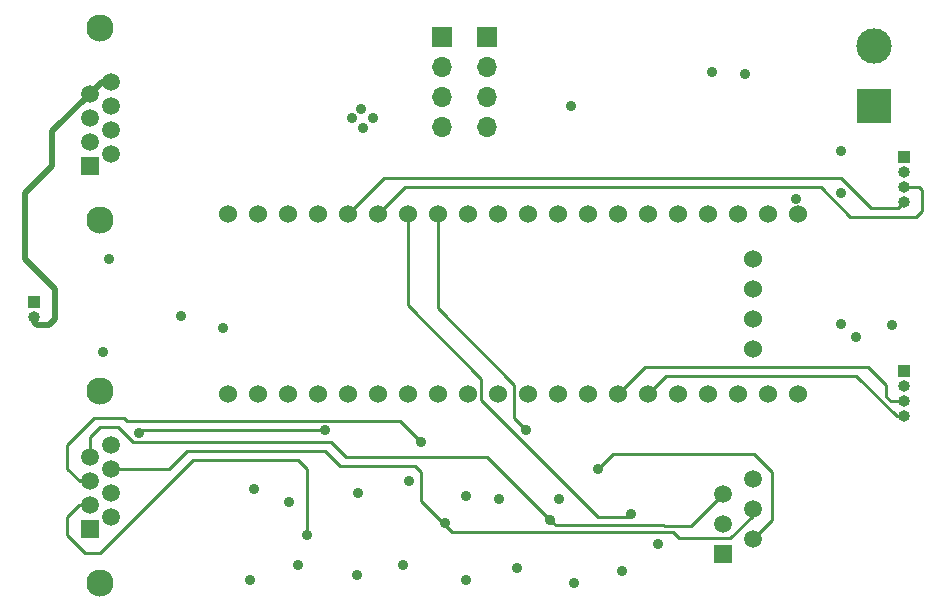
<source format=gbl>
%TF.GenerationSoftware,KiCad,Pcbnew,(6.0.0)*%
%TF.CreationDate,2022-01-05T18:10:34+01:00*%
%TF.ProjectId,soar_audio,736f6172-5f61-4756-9469-6f2e6b696361,rev?*%
%TF.SameCoordinates,Original*%
%TF.FileFunction,Copper,L4,Bot*%
%TF.FilePolarity,Positive*%
%FSLAX46Y46*%
G04 Gerber Fmt 4.6, Leading zero omitted, Abs format (unit mm)*
G04 Created by KiCad (PCBNEW (6.0.0)) date 2022-01-05 18:10:34*
%MOMM*%
%LPD*%
G01*
G04 APERTURE LIST*
%TA.AperFunction,ComponentPad*%
%ADD10R,1.500000X1.500000*%
%TD*%
%TA.AperFunction,ComponentPad*%
%ADD11C,1.500000*%
%TD*%
%TA.AperFunction,ComponentPad*%
%ADD12C,2.300000*%
%TD*%
%TA.AperFunction,ComponentPad*%
%ADD13R,1.700000X1.700000*%
%TD*%
%TA.AperFunction,ComponentPad*%
%ADD14O,1.700000X1.700000*%
%TD*%
%TA.AperFunction,ComponentPad*%
%ADD15R,1.000000X1.000000*%
%TD*%
%TA.AperFunction,ComponentPad*%
%ADD16O,1.000000X1.000000*%
%TD*%
%TA.AperFunction,ComponentPad*%
%ADD17R,3.000000X3.000000*%
%TD*%
%TA.AperFunction,ComponentPad*%
%ADD18C,3.000000*%
%TD*%
%TA.AperFunction,ComponentPad*%
%ADD19C,1.524000*%
%TD*%
%TA.AperFunction,ComponentPad*%
%ADD20R,1.520000X1.520000*%
%TD*%
%TA.AperFunction,ComponentPad*%
%ADD21C,1.520000*%
%TD*%
%TA.AperFunction,ViaPad*%
%ADD22C,0.900000*%
%TD*%
%TA.AperFunction,Conductor*%
%ADD23C,0.500000*%
%TD*%
%TA.AperFunction,Conductor*%
%ADD24C,0.250000*%
%TD*%
G04 APERTURE END LIST*
D10*
%TO.P,J5,1*%
%TO.N,GND*%
X109853000Y-80776000D03*
D11*
%TO.P,J5,3*%
%TO.N,CAN_H*%
X109853000Y-78744000D03*
%TO.P,J5,5*%
%TO.N,unconnected-(J5-Pad5)*%
X109853000Y-76712000D03*
%TO.P,J5,7*%
%TO.N,VSUPPLY_IN*%
X109853000Y-74680000D03*
%TO.P,J5,2*%
%TO.N,GND*%
X111633000Y-79760000D03*
%TO.P,J5,4*%
%TO.N,CAN_L*%
X111633000Y-77728000D03*
%TO.P,J5,6*%
%TO.N,unconnected-(J5-Pad6)*%
X111633000Y-75696000D03*
%TO.P,J5,8*%
%TO.N,VSUPPLY_IN*%
X111633000Y-73664000D03*
D12*
%TO.P,J5,SH*%
%TO.N,N/C*%
X110743000Y-69086000D03*
X110743000Y-85346000D03*
%TD*%
D10*
%TO.P,J1,1*%
%TO.N,GND*%
X109853000Y-111510000D03*
D11*
%TO.P,J1,3*%
%TO.N,Flaps_Input3*%
X109853000Y-109478000D03*
%TO.P,J1,5*%
%TO.N,Flaps_Input5*%
X109853000Y-107446000D03*
%TO.P,J1,7*%
%TO.N,Flaps_Input7*%
X109853000Y-105414000D03*
%TO.P,J1,2*%
%TO.N,Flaps_Input2*%
X111633000Y-110494000D03*
%TO.P,J1,4*%
%TO.N,Flaps_Input4*%
X111633000Y-108462000D03*
%TO.P,J1,6*%
%TO.N,Flaps_Input6*%
X111633000Y-106430000D03*
%TO.P,J1,8*%
%TO.N,Flaps_Input1*%
X111633000Y-104398000D03*
D12*
%TO.P,J1,SH*%
%TO.N,N/C*%
X110743000Y-99820000D03*
X110743000Y-116080000D03*
%TD*%
D13*
%TO.P,J9,1*%
%TO.N,GND*%
X143510000Y-69860000D03*
D14*
%TO.P,J9,2*%
X143510000Y-72400000D03*
%TO.P,J9,3*%
%TO.N,+3V3*%
X143510000Y-74940000D03*
%TO.P,J9,4*%
X143510000Y-77480000D03*
%TD*%
D13*
%TO.P,J8,1*%
%TO.N,GND*%
X139700000Y-69860000D03*
D14*
%TO.P,J8,2*%
X139700000Y-72400000D03*
%TO.P,J8,3*%
%TO.N,+5V*%
X139700000Y-74940000D03*
%TO.P,J8,4*%
X139700000Y-77480000D03*
%TD*%
D15*
%TO.P,J6,1*%
%TO.N,GND*%
X178816000Y-98176000D03*
D16*
%TO.P,J6,2*%
%TO.N,+3V3*%
X178816000Y-99446000D03*
%TO.P,J6,3*%
%TO.N,SCL*%
X178816000Y-100716000D03*
%TO.P,J6,4*%
%TO.N,SDA*%
X178816000Y-101986000D03*
%TD*%
D15*
%TO.P,J7,1*%
%TO.N,GND*%
X105156000Y-92314000D03*
D16*
%TO.P,J7,2*%
%TO.N,VSUPPLY_IN*%
X105156000Y-93584000D03*
%TD*%
%TO.P,J3,4*%
%TO.N,SDA2*%
X178816000Y-83820000D03*
%TO.P,J3,3*%
%TO.N,SCL2*%
X178816000Y-82550000D03*
%TO.P,J3,2*%
%TO.N,+3V3*%
X178816000Y-81280000D03*
D15*
%TO.P,J3,1*%
%TO.N,GND*%
X178816000Y-80010000D03*
%TD*%
D17*
%TO.P,J4,1,Pin_1*%
%TO.N,Net-(C15-Pad1)*%
X176276000Y-75692000D03*
D18*
%TO.P,J4,2,Pin_2*%
%TO.N,Net-(C16-Pad1)*%
X176276000Y-70612000D03*
%TD*%
D19*
%TO.P,U6,VBAT,Vbat*%
%TO.N,+3V3*%
X169799000Y-84836000D03*
%TO.P,U6,SWO*%
%TO.N,N/C*%
X165989000Y-93726000D03*
%TO.P,U6,SWCLK*%
X165989000Y-91186000D03*
%TO.P,U6,PC15,PC15*%
%TO.N,unconnected-(U6-PadPC15)*%
X162179000Y-84836000D03*
%TO.P,U6,PC14,PC14*%
%TO.N,unconnected-(U6-PadPC14)*%
X164719000Y-84836000D03*
%TO.P,U6,PC13,PC13*%
%TO.N,unconnected-(U6-PadPC13)*%
X167259000Y-84836000D03*
%TO.P,U6,PB15,PB15*%
%TO.N,Flaps_In4*%
X129159000Y-100076000D03*
%TO.P,U6,PB14,PB14*%
%TO.N,Flaps_In3*%
X126619000Y-100076000D03*
%TO.P,U6,PB13,PB13*%
%TO.N,Flaps_In2*%
X124079000Y-100076000D03*
%TO.P,U6,PB12,PB12*%
%TO.N,Flaps_In1*%
X121539000Y-100076000D03*
%TO.P,U6,PB11,PB11*%
%TO.N,SDA2*%
X131699000Y-84836000D03*
%TO.P,U6,PB10,PB10*%
%TO.N,SCL2*%
X134239000Y-84836000D03*
%TO.P,U6,PB9,PB9*%
%TO.N,CAN_TX*%
X162179000Y-100076000D03*
%TO.P,U6,PB8,PB8*%
%TO.N,CAN_RX*%
X159639000Y-100076000D03*
%TO.P,U6,PB7,PB7*%
%TO.N,SDA*%
X157099000Y-100076000D03*
%TO.P,U6,PB6,PB6*%
%TO.N,SCL*%
X154559000Y-100076000D03*
%TO.P,U6,PB5,PB5*%
%TO.N,unconnected-(U6-PadPB5)*%
X152019000Y-100076000D03*
%TO.P,U6,PB4,PB4*%
%TO.N,unconnected-(U6-PadPB4)*%
X149479000Y-100076000D03*
%TO.P,U6,PB3,PB3*%
%TO.N,unconnected-(U6-PadPB3)*%
X146939000Y-100076000D03*
%TO.P,U6,PB1,PB1*%
%TO.N,ADC_In2*%
X136779000Y-84836000D03*
%TO.P,U6,PB0,PB0*%
%TO.N,ADC_In1*%
X139319000Y-84836000D03*
%TO.P,U6,PA15,PA15*%
%TO.N,unconnected-(U6-PadPA15)*%
X144399000Y-100076000D03*
%TO.P,U6,PA12,PA12*%
%TO.N,unconnected-(U6-PadPA12)*%
X141859000Y-100076000D03*
%TO.P,U6,PA11,PA11*%
%TO.N,unconnected-(U6-PadPA11)*%
X139319000Y-100076000D03*
%TO.P,U6,PA10,PA10*%
%TO.N,Flaps_In7*%
X136779000Y-100076000D03*
%TO.P,U6,PA9,PA9*%
%TO.N,Flaps_In6*%
X134239000Y-100076000D03*
%TO.P,U6,PA8,PA8*%
%TO.N,Flaps_In5*%
X131699000Y-100076000D03*
%TO.P,U6,PA7,PA7*%
%TO.N,ATTN_6*%
X141859000Y-84836000D03*
%TO.P,U6,PA6,PA6*%
%TO.N,ATTN_5*%
X144399000Y-84836000D03*
%TO.P,U6,PA5,PA5*%
%TO.N,ATTN_4*%
X146939000Y-84836000D03*
%TO.P,U6,PA4,PA4*%
%TO.N,ATTN_3*%
X149479000Y-84836000D03*
%TO.P,U6,PA3,PA3*%
%TO.N,ATTN_2*%
X152019000Y-84836000D03*
%TO.P,U6,PA2,PA2*%
%TO.N,ATTN_1*%
X154559000Y-84836000D03*
%TO.P,U6,PA1,PA1*%
%TO.N,PWM_B*%
X157099000Y-84836000D03*
%TO.P,U6,PA0,PA0*%
%TO.N,PWM_A*%
X159639000Y-84836000D03*
%TO.P,U6,NRST,RESET*%
%TO.N,unconnected-(U6-PadNRST)*%
X129159000Y-84836000D03*
%TO.P,U6,G,GND*%
%TO.N,GND*%
X124079000Y-84836000D03*
X121539000Y-84836000D03*
X165989000Y-88646000D03*
X167259000Y-100076000D03*
%TO.P,U6,5V,5V*%
%TO.N,Net-(D7-Pad1)*%
X164719000Y-100076000D03*
%TO.P,U6,3V3,3.3V*%
%TO.N,+3V3*%
X126619000Y-84836000D03*
X169799000Y-100076000D03*
X165989000Y-96266000D03*
%TD*%
D20*
%TO.P,J2,1*%
%TO.N,GND*%
X163426000Y-113660000D03*
D21*
%TO.P,J2,2*%
%TO.N,ADC_Input1*%
X165966000Y-112390000D03*
%TO.P,J2,3*%
%TO.N,ADC_Input2*%
X163426000Y-111120000D03*
%TO.P,J2,4*%
%TO.N,Flaps_Input6*%
X165966000Y-109850000D03*
%TO.P,J2,5*%
%TO.N,Flaps_Input7*%
X163426000Y-108580000D03*
%TO.P,J2,6*%
%TO.N,+3V3*%
X165966000Y-107310000D03*
%TD*%
D22*
%TO.N,+3V3*%
X173482000Y-83058000D03*
X173482000Y-79502000D03*
%TO.N,GND*%
X173448000Y-94200000D03*
X162557877Y-72831500D03*
X165310662Y-72956500D03*
X132842000Y-75946000D03*
X132969000Y-77597000D03*
X132080000Y-76708000D03*
X133858000Y-76708000D03*
%TO.N,+3V3*%
X177800000Y-94234000D03*
%TO.N,GND*%
X174752000Y-95250000D03*
X132588000Y-108458000D03*
X149606000Y-108966000D03*
X157988000Y-112776000D03*
X141732000Y-115824000D03*
X110998000Y-96520000D03*
X121158000Y-94488000D03*
X150622000Y-75692000D03*
X123444000Y-115824000D03*
X150876000Y-116078000D03*
X141732000Y-108712000D03*
X132423000Y-115405000D03*
X111506000Y-88646000D03*
X123735000Y-108167000D03*
%TO.N,+3V3*%
X126746000Y-109220000D03*
X136906000Y-107442000D03*
X136398000Y-114554000D03*
X154940000Y-115062000D03*
X169672000Y-83566000D03*
X144526000Y-108966000D03*
X117602000Y-93472000D03*
X146050000Y-114808000D03*
X127508000Y-114554000D03*
%TO.N,Flaps_Input3*%
X128270000Y-112014000D03*
%TO.N,Flaps_Input5*%
X137922000Y-104140000D03*
%TO.N,Flaps_Input7*%
X148844000Y-110744000D03*
%TO.N,Flaps_Input4*%
X114046000Y-103365500D03*
X129794000Y-103136500D03*
%TO.N,Flaps_Input6*%
X139954000Y-110998000D03*
%TO.N,ADC_In2*%
X155702000Y-110236000D03*
%TO.N,ADC_In1*%
X146812000Y-103124000D03*
%TO.N,ADC_Input1*%
X152908000Y-106426000D03*
%TD*%
D23*
%TO.N,VSUPPLY_IN*%
X106676000Y-77857000D02*
X106676000Y-80776000D01*
X109853000Y-74680000D02*
X106676000Y-77857000D01*
X110869000Y-73664000D02*
X109853000Y-74680000D01*
X111633000Y-73664000D02*
X110869000Y-73664000D01*
X105156000Y-93980000D02*
X105156000Y-93584000D01*
X105410000Y-94234000D02*
X105156000Y-93980000D01*
X106426000Y-94234000D02*
X105410000Y-94234000D01*
X106934000Y-93726000D02*
X106426000Y-94234000D01*
X106934000Y-91186000D02*
X106934000Y-93726000D01*
X104394000Y-88646000D02*
X106934000Y-91186000D01*
X104394000Y-83058000D02*
X104394000Y-88646000D01*
X106676000Y-80776000D02*
X104394000Y-83058000D01*
D24*
%TO.N,SDA*%
X158623000Y-98552000D02*
X174752000Y-98552000D01*
X178186000Y-101986000D02*
X174752000Y-98552000D01*
X178816000Y-101986000D02*
X178186000Y-101986000D01*
%TO.N,SCL*%
X177678000Y-100716000D02*
X178816000Y-100716000D01*
X177292000Y-100330000D02*
X177678000Y-100716000D01*
X177292000Y-99314000D02*
X177292000Y-100330000D01*
X175768000Y-97790000D02*
X177292000Y-99314000D01*
X156845000Y-97790000D02*
X175768000Y-97790000D01*
X154559000Y-100076000D02*
X156845000Y-97790000D01*
%TO.N,SDA2*%
X176022000Y-84328000D02*
X178308000Y-84328000D01*
X178308000Y-84328000D02*
X178816000Y-83820000D01*
%TO.N,SCL2*%
X180086000Y-82550000D02*
X178816000Y-82550000D01*
%TO.N,SDA*%
X157099000Y-100076000D02*
X158623000Y-98552000D01*
%TO.N,Flaps_Input3*%
X107950000Y-110490000D02*
X108962000Y-109478000D01*
X128270000Y-112014000D02*
X128270000Y-106426000D01*
X127508000Y-105664000D02*
X118618000Y-105664000D01*
X118618000Y-105664000D02*
X110744000Y-113538000D01*
X128270000Y-106426000D02*
X127508000Y-105664000D01*
X108962000Y-109478000D02*
X109853000Y-109478000D01*
X109474000Y-113538000D02*
X107950000Y-112014000D01*
X107950000Y-112014000D02*
X107950000Y-110490000D01*
X110744000Y-113538000D02*
X109474000Y-113538000D01*
%TO.N,Flaps_Input5*%
X107950000Y-106426000D02*
X108970000Y-107446000D01*
X136144000Y-102362000D02*
X113030000Y-102362000D01*
X113030000Y-102362000D02*
X112776000Y-102108000D01*
X136144000Y-102362000D02*
X137922000Y-104140000D01*
X110236000Y-102108000D02*
X107950000Y-104394000D01*
X112776000Y-102108000D02*
X110236000Y-102108000D01*
X107950000Y-104394000D02*
X107950000Y-106426000D01*
X108970000Y-107446000D02*
X109853000Y-107446000D01*
%TO.N,Flaps_Input7*%
X110744000Y-102870000D02*
X109853000Y-103761000D01*
X131572000Y-105410000D02*
X130302000Y-104140000D01*
X149098000Y-110998000D02*
X143510000Y-105410000D01*
X158496000Y-111252000D02*
X160754000Y-111252000D01*
X113538000Y-104140000D02*
X112268000Y-102870000D01*
X112268000Y-102870000D02*
X110744000Y-102870000D01*
X160754000Y-111252000D02*
X163426000Y-108580000D01*
X109853000Y-103761000D02*
X109853000Y-105414000D01*
X158458511Y-111214511D02*
X158496000Y-111252000D01*
X143510000Y-105410000D02*
X131572000Y-105410000D01*
X130302000Y-104140000D02*
X113538000Y-104140000D01*
X149314511Y-111214511D02*
X158458511Y-111214511D01*
X149098000Y-110998000D02*
X149314511Y-111214511D01*
%TO.N,Flaps_Input4*%
X119380000Y-103124000D02*
X114046000Y-103124000D01*
X129794000Y-103124000D02*
X119380000Y-103124000D01*
%TO.N,Flaps_Input6*%
X140970000Y-111760000D02*
X140506369Y-111760000D01*
X159258000Y-111760000D02*
X140970000Y-111760000D01*
X129794000Y-104902000D02*
X118110000Y-104902000D01*
X165966000Y-109850000D02*
X165966000Y-110386000D01*
X116582000Y-106430000D02*
X111633000Y-106430000D01*
X165966000Y-110386000D02*
X164084000Y-112268000D01*
X164084000Y-112268000D02*
X162560000Y-112268000D01*
X131064000Y-106172000D02*
X129794000Y-104902000D01*
X137922000Y-109175631D02*
X137922000Y-106680000D01*
X137414000Y-106172000D02*
X131064000Y-106172000D01*
X162560000Y-112268000D02*
X159766000Y-112268000D01*
X118110000Y-104902000D02*
X116582000Y-106430000D01*
X140506369Y-111760000D02*
X140239377Y-111493008D01*
X140239377Y-111493008D02*
X137922000Y-109175631D01*
X159766000Y-112268000D02*
X159258000Y-111760000D01*
X137922000Y-106680000D02*
X137414000Y-106172000D01*
%TO.N,ADC_In2*%
X143002000Y-100592614D02*
X152899386Y-110490000D01*
X152899386Y-110490000D02*
X155702000Y-110490000D01*
X143002000Y-98806000D02*
X143002000Y-100592614D01*
X136779000Y-84836000D02*
X136779000Y-92583000D01*
X136779000Y-92583000D02*
X143002000Y-98806000D01*
%TO.N,ADC_In1*%
X145796000Y-99314000D02*
X139319000Y-92837000D01*
X145796000Y-102108000D02*
X145796000Y-99314000D01*
X139319000Y-92837000D02*
X139319000Y-84836000D01*
X145796000Y-102108000D02*
X146812000Y-103124000D01*
%TO.N,ADC_Input1*%
X154178000Y-105156000D02*
X152908000Y-106426000D01*
X167640000Y-106680000D02*
X166116000Y-105156000D01*
X166116000Y-105156000D02*
X163322000Y-105156000D01*
X163322000Y-105156000D02*
X154178000Y-105156000D01*
X165966000Y-112390000D02*
X167640000Y-110716000D01*
X167640000Y-110716000D02*
X167640000Y-106680000D01*
%TO.N,SCL2*%
X136487511Y-82587489D02*
X134239000Y-84836000D01*
X180340000Y-84582000D02*
X179832000Y-85090000D01*
X174244000Y-85090000D02*
X171741489Y-82587489D01*
X180086000Y-82550000D02*
X180340000Y-82804000D01*
X171741489Y-82587489D02*
X136487511Y-82587489D01*
X179832000Y-85090000D02*
X174244000Y-85090000D01*
X180340000Y-82804000D02*
X180340000Y-84582000D01*
%TO.N,SDA2*%
X173482000Y-81788000D02*
X176022000Y-84328000D01*
X134747000Y-81788000D02*
X173482000Y-81788000D01*
X131699000Y-84836000D02*
X134747000Y-81788000D01*
%TD*%
M02*

</source>
